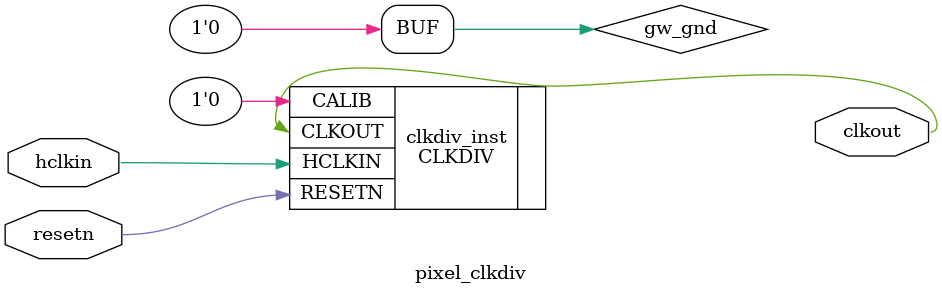
<source format=v>

module pixel_clkdiv (clkout, hclkin, resetn);

output clkout;
input hclkin;
input resetn;

wire gw_gnd;

assign gw_gnd = 1'b0;

CLKDIV clkdiv_inst (
    .CLKOUT(clkout),
    .HCLKIN(hclkin),
    .RESETN(resetn),
    .CALIB(gw_gnd)
);

defparam clkdiv_inst.DIV_MODE = "5";

endmodule //pixel_clkdiv

</source>
